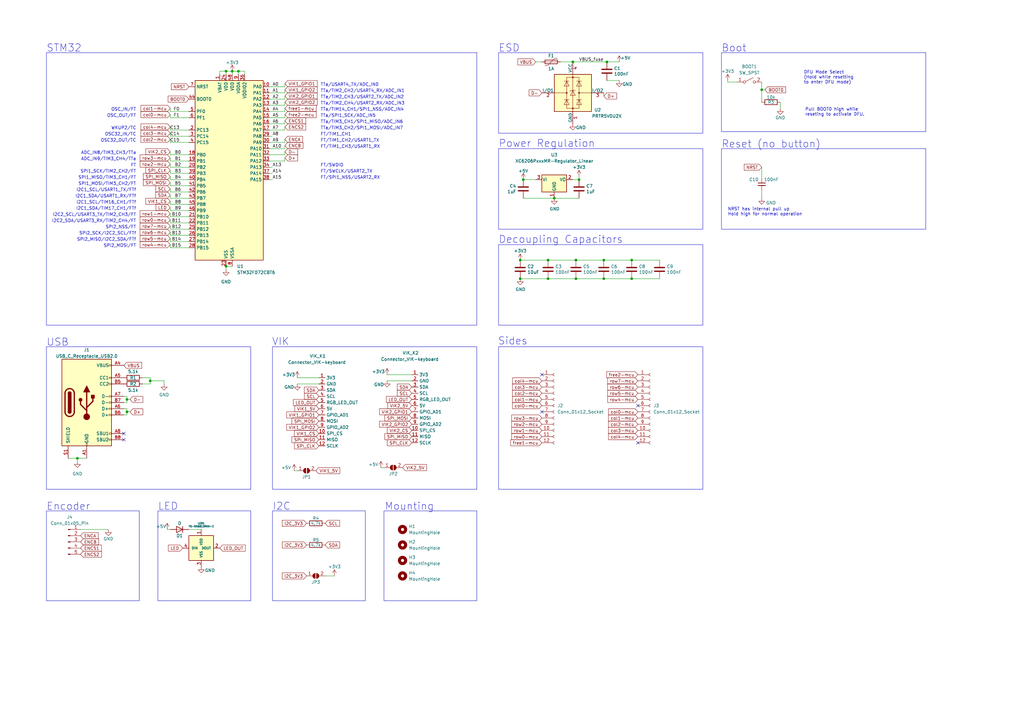
<source format=kicad_sch>
(kicad_sch (version 20231120) (generator "eeschema") (generator_version "8.0")
  (paper "A3")
  (junction (at 224.79 114.3))
  (junction (at 259.08 106.68))
  (junction (at 312.42 36.83))
  (junction (at 92.71 29.21))
  (junction (at 227.33 81.28) (diameter 0.9144))
  (junction (at 61.595 156.21))
  (junction (at 52.07 168.91))
  (junction (at 95.25 29.21))
  (junction (at 248.92 25.4))
  (junction (at 214.63 73.66))
  (junction (at 247.65 114.3))
  (junction (at 92.71 109.22))
  (junction (at 236.22 114.3))
  (junction (at 259.08 114.3))
  (junction (at 237.49 73.66))
  (junction (at 234.95 25.4))
  (junction (at 213.36 114.3))
  (junction (at 97.79 29.21))
  (junction (at 236.22 106.68))
  (junction (at 213.36 106.68))
  (junction (at 224.79 106.68))
  (junction (at 31.75 187.96))
  (junction (at 247.65 106.68))
  (junction (at 52.07 163.83))
  (no_connect (at 261.62 181.61))
  (no_connect (at 50.8 180.34))
  (no_connect (at 222.25 153.67))
  (no_connect (at 261.62 166.37))
  (no_connect (at 222.25 168.91))
  (no_connect (at 50.8 177.8))
  (wire (pts (xy 259.08 106.68) (xy 270.51 106.68)))
  (wire (pts (xy 110.49 43.18) (xy 116.84 43.18)))
  (wire (pts (xy 121.92 157.48) (xy 130.81 157.48)))
  (wire (pts (xy 68.58 217.17) (xy 69.85 217.17)))
  (wire (pts (xy 69.85 73.66) (xy 77.47 73.66)))
  (wire (pts (xy 110.49 66.04) (xy 116.84 66.04)))
  (wire (pts (xy 67.31 156.21) (xy 67.31 157.48)))
  (wire (pts (xy 69.85 64.77) (xy 69.85 66.04)))
  (wire (pts (xy 69.85 85.09) (xy 69.85 86.36)))
  (wire (pts (xy 31.75 187.96) (xy 31.75 189.23)))
  (wire (pts (xy 69.85 91.44) (xy 77.47 91.44)))
  (wire (pts (xy 69.85 83.82) (xy 77.47 83.82)))
  (wire (pts (xy 69.85 90.17) (xy 69.85 91.44)))
  (wire (pts (xy 312.42 36.83) (xy 312.42 41.91)))
  (wire (pts (xy 69.85 71.12) (xy 77.47 71.12)))
  (wire (pts (xy 69.85 63.5) (xy 77.47 63.5)))
  (wire (pts (xy 100.33 29.21) (xy 100.33 30.48)))
  (wire (pts (xy 247.65 106.68) (xy 259.08 106.68)))
  (wire (pts (xy 236.22 106.68) (xy 224.79 106.68)))
  (wire (pts (xy 69.85 87.63) (xy 69.85 88.9)))
  (wire (pts (xy 69.85 78.74) (xy 77.47 78.74)))
  (wire (pts (xy 61.595 156.21) (xy 61.595 154.94)))
  (wire (pts (xy 110.49 58.42) (xy 116.84 58.42)))
  (wire (pts (xy 110.49 38.1) (xy 116.84 38.1)))
  (wire (pts (xy 110.49 40.64) (xy 116.84 40.64)))
  (wire (pts (xy 110.49 60.96) (xy 116.84 60.96)))
  (wire (pts (xy 312.42 36.83) (xy 313.69 36.83)))
  (wire (pts (xy 69.85 80.01) (xy 69.85 81.28)))
  (wire (pts (xy 58.42 154.94) (xy 61.595 154.94)))
  (wire (pts (xy 229.87 25.4) (xy 234.95 25.4)))
  (wire (pts (xy 52.07 163.83) (xy 52.07 165.1)))
  (wire (pts (xy 27.94 187.96) (xy 31.75 187.96)))
  (wire (pts (xy 116.84 34.29) (xy 116.84 35.56)))
  (wire (pts (xy 116.84 62.23) (xy 116.84 63.5)))
  (wire (pts (xy 69.85 76.2) (xy 77.47 76.2)))
  (wire (pts (xy 69.85 58.42) (xy 77.47 58.42)))
  (wire (pts (xy 69.85 66.04) (xy 77.47 66.04)))
  (wire (pts (xy 52.07 162.56) (xy 52.07 163.83)))
  (wire (pts (xy 69.85 62.23) (xy 69.85 63.5)))
  (wire (pts (xy 236.22 114.3) (xy 224.79 114.3)))
  (wire (pts (xy 116.84 36.83) (xy 116.84 38.1)))
  (wire (pts (xy 97.79 29.21) (xy 100.33 29.21)))
  (wire (pts (xy 69.85 92.71) (xy 69.85 93.98)))
  (wire (pts (xy 33.02 217.17) (xy 44.45 217.17)))
  (wire (pts (xy 137.16 236.22) (xy 133.35 236.22)))
  (wire (pts (xy 110.49 45.72) (xy 116.84 45.72)))
  (wire (pts (xy 92.71 110.49) (xy 92.71 109.22)))
  (wire (pts (xy 97.79 29.21) (xy 97.79 30.48)))
  (wire (pts (xy 234.95 25.4) (xy 248.92 25.4)))
  (wire (pts (xy 95.25 29.21) (xy 95.25 30.48)))
  (wire (pts (xy 236.22 114.3) (xy 247.65 114.3)))
  (wire (pts (xy 69.85 93.98) (xy 77.47 93.98)))
  (wire (pts (xy 69.85 45.72) (xy 77.47 45.72)))
  (wire (pts (xy 69.85 57.15) (xy 69.85 58.42)))
  (wire (pts (xy 227.33 81.28) (xy 214.63 81.28)))
  (wire (pts (xy 69.85 48.26) (xy 77.47 48.26)))
  (wire (pts (xy 116.84 39.37) (xy 116.84 40.64)))
  (wire (pts (xy 69.85 54.61) (xy 69.85 55.88)))
  (wire (pts (xy 116.84 46.99) (xy 116.84 48.26)))
  (wire (pts (xy 259.08 114.3) (xy 270.51 114.3)))
  (wire (pts (xy 61.595 156.21) (xy 67.31 156.21)))
  (wire (pts (xy 69.85 69.85) (xy 69.85 71.12)))
  (wire (pts (xy 254 33.02) (xy 248.92 33.02)))
  (wire (pts (xy 158.75 153.67) (xy 168.91 153.67)))
  (wire (pts (xy 69.85 74.93) (xy 69.85 76.2)))
  (wire (pts (xy 69.85 95.25) (xy 69.85 96.52)))
  (wire (pts (xy 224.79 114.3) (xy 213.36 114.3)))
  (wire (pts (xy 237.49 72.39) (xy 237.49 73.66)))
  (wire (pts (xy 50.8 170.18) (xy 52.07 170.18)))
  (wire (pts (xy 111.76 71.12) (xy 110.49 71.12)))
  (wire (pts (xy 110.49 53.34) (xy 116.84 53.34)))
  (wire (pts (xy 110.49 63.5) (xy 116.84 63.5)))
  (wire (pts (xy 52.07 170.18) (xy 52.07 168.91)))
  (wire (pts (xy 69.85 46.99) (xy 69.85 48.26)))
  (wire (pts (xy 234.95 73.66) (xy 237.49 73.66)))
  (wire (pts (xy 227.33 81.28) (xy 237.49 81.28)))
  (wire (pts (xy 312.42 68.58) (xy 312.42 73.025)))
  (wire (pts (xy 69.85 101.6) (xy 77.47 101.6)))
  (wire (pts (xy 69.85 44.45) (xy 69.85 45.72)))
  (wire (pts (xy 158.75 156.21) (xy 168.91 156.21)))
  (wire (pts (xy 214.63 73.66) (xy 219.71 73.66)))
  (wire (pts (xy 50.8 167.64) (xy 52.07 167.64)))
  (wire (pts (xy 320.04 41.91) (xy 320.04 44.45)))
  (wire (pts (xy 92.71 29.21) (xy 92.71 30.48)))
  (wire (pts (xy 69.85 88.9) (xy 77.47 88.9)))
  (wire (pts (xy 69.85 97.79) (xy 69.85 99.06)))
  (wire (pts (xy 110.49 73.66) (xy 111.76 73.66)))
  (wire (pts (xy 116.84 44.45) (xy 116.84 45.72)))
  (wire (pts (xy 121.92 154.94) (xy 130.81 154.94)))
  (wire (pts (xy 236.22 106.68) (xy 247.65 106.68)))
  (wire (pts (xy 69.85 100.33) (xy 69.85 101.6)))
  (wire (pts (xy 111.76 68.58) (xy 110.49 68.58)))
  (wire (pts (xy 110.49 55.88) (xy 111.76 55.88)))
  (wire (pts (xy 69.85 72.39) (xy 69.85 73.66)))
  (wire (pts (xy 302.26 33.655) (xy 298.45 33.655)))
  (wire (pts (xy 116.84 64.77) (xy 116.84 66.04)))
  (wire (pts (xy 110.49 48.26) (xy 116.84 48.26)))
  (wire (pts (xy 69.85 67.31) (xy 69.85 68.58)))
  (wire (pts (xy 69.85 77.47) (xy 69.85 78.74)))
  (wire (pts (xy 298.45 33.655) (xy 298.45 33.02)))
  (wire (pts (xy 219.71 25.4) (xy 222.25 25.4)))
  (wire (pts (xy 92.71 29.21) (xy 95.25 29.21)))
  (wire (pts (xy 31.75 187.96) (xy 35.56 187.96)))
  (wire (pts (xy 50.8 162.56) (xy 52.07 162.56)))
  (wire (pts (xy 52.07 167.64) (xy 52.07 168.91)))
  (wire (pts (xy 224.79 106.68) (xy 213.36 106.68)))
  (wire (pts (xy 69.85 96.52) (xy 77.47 96.52)))
  (wire (pts (xy 248.92 25.4) (xy 254 25.4)))
  (wire (pts (xy 116.84 57.15) (xy 116.84 58.42)))
  (wire (pts (xy 69.85 82.55) (xy 69.85 83.82)))
  (wire (pts (xy 92.71 109.22) (xy 95.25 109.22)))
  (wire (pts (xy 52.07 168.91) (xy 53.34 168.91)))
  (wire (pts (xy 69.85 53.34) (xy 77.47 53.34)))
  (wire (pts (xy 312.42 78.105) (xy 312.42 81.28)))
  (wire (pts (xy 69.85 68.58) (xy 77.47 68.58)))
  (wire (pts (xy 97.79 29.21) (xy 95.25 29.21)))
  (wire (pts (xy 116.84 59.69) (xy 116.84 60.96)))
  (wire (pts (xy 69.85 81.28) (xy 77.47 81.28)))
  (wire (pts (xy 116.84 49.53) (xy 116.84 50.8)))
  (wire (pts (xy 69.85 52.07) (xy 69.85 53.34)))
  (wire (pts (xy 156.21 191.77) (xy 157.48 191.77)))
  (wire (pts (xy 110.49 35.56) (xy 116.84 35.56)))
  (wire (pts (xy 247.65 114.3) (xy 259.08 114.3)))
  (wire (pts (xy 120.65 193.04) (xy 121.92 193.04)))
  (wire (pts (xy 116.84 52.07) (xy 116.84 53.34)))
  (wire (pts (xy 90.17 29.21) (xy 92.71 29.21)))
  (wire (pts (xy 312.42 33.655) (xy 312.42 36.83)))
  (wire (pts (xy 69.85 99.06) (xy 77.47 99.06)))
  (wire (pts (xy 110.49 50.8) (xy 116.84 50.8)))
  (wire (pts (xy 58.42 157.48) (xy 61.595 157.48)))
  (wire (pts (xy 247.65 38.1) (xy 247.65 39.37)))
  (wire (pts (xy 116.84 41.91) (xy 116.84 43.18)))
  (wire (pts (xy 61.595 157.48) (xy 61.595 156.21)))
  (wire (pts (xy 90.17 29.21) (xy 90.17 30.48)))
  (wire (pts (xy 69.85 86.36) (xy 77.47 86.36)))
  (wire (pts (xy 52.07 163.83) (xy 53.34 163.83)))
  (wire (pts (xy 77.47 217.17) (xy 82.55 217.17)))
  (wire (pts (xy 69.85 55.88) (xy 77.47 55.88)))
  (wire (pts (xy 50.8 165.1) (xy 52.07 165.1)))
  (rectangle (start 111.76 142.24) (end 195.58 200.66))
  (rectangle (start 157.48 209.55) (end 195.58 246.38))
  (rectangle (start 295.91 21.59) (end 379.73 53.975))
  (rectangle (start 204.47 100.33) (end 288.29 133.35))
  (rectangle (start 204.47 21.59) (end 288.29 54.61))
  (rectangle (start 19.05 21.59) (end 195.58 133.35))
  (rectangle (start 295.91 60.96) (end 379.73 93.98))
  (rectangle (start 204.47 142.24) (end 288.29 200.66))
  (rectangle (start 111.76 209.55) (end 149.86 246.38))
  (rectangle (start 64.77 209.55) (end 102.87 246.38))
  (rectangle (start 19.05 209.55) (end 57.15 246.38))
  (rectangle (start 204.47 60.96) (end 288.29 93.98))
  (rectangle (start 19.05 142.24) (end 102.87 200.66))
  (text "I2C" (at 111.76 209.55 0) (effects (font (size 3 3)) (justify left bottom)))
  (text "TTa/TIM2_CH2/USART4_RX/ADC_IN1" (at 131.445 38.1 0) (effects (font (size 1.27 1.27)) (justify left bottom)))
  (text "USB" (at 19.05 142.24 0) (effects (font (size 3 3)) (justify left bottom)))
  (text "SPI2_MISO/I2C2_SDA/FTf" (at 55.88 99.06 0) (effects (font (size 1.27 1.27)) (justify right bottom)))
  (text "TTa/TIM2_CH4/USART2_RX/ADC_IN3" (at 131.445 43.18 0) (effects (font (size 1.27 1.27)) (justify left bottom)))
  (text "I2C1_SCL/USART1_TX/FTf" (at 55.88 78.74 0) (effects (font (size 1.27 1.27)) (justify right bottom)))
  (text "TTa/TIM14_CH1/SPI1_NSS/ADC_IN4" (at 131.445 45.72 0) (effects (font (size 1.27 1.27)) (justify left bottom)))
  (text "Boot" (at 295.91 21.59 0) (effects (font (size 3 3)) (justify left bottom)))
  (text "SPI2_NSS/FT" (at 55.88 93.98 0) (effects (font (size 1.27 1.27)) (justify right bottom)))
  (text "TTa/TIM2_CH3/USART2_TX/ADC_IN2" (at 131.445 40.64 0) (effects (font (size 1.27 1.27)) (justify left bottom)))
  (text "OSC_OUT/FT" (at 55.88 48.26 0) (effects (font (size 1.27 1.27)) (justify right bottom)))
  (text "ADC_IN8/TIM3_CH3/TTa" (at 55.88 63.5 0) (effects (font (size 1.27 1.27)) (justify right bottom)))
  (text "WKUP2/TC" (at 55.88 53.34 0) (effects (font (size 1.27 1.27)) (justify right bottom)))
  (text "NRST has internal pull up\nHold high for normal operation" (at 298.45 88.646 0) (effects (font (size 1.27 1.27)) (justify left bottom)))
  (text "DFU Mode Select\n(Hold while resetting\nto enter DFU mode)" (at 329.692 34.544 0) (effects (font (size 1.27 1.27)) (justify left bottom)))
  (text "FT/TIM1_CH2/USART1_TX" (at 131.445 58.42 0) (effects (font (size 1.27 1.27)) (justify left bottom)))
  (text "TTa/TIM3_CH1/SPI1_MISO/ADC_IN6" (at 131.445 50.8 0) (effects (font (size 1.27 1.27)) (justify left bottom)))
  (text "I2C1_SDA/TIM17_CH1/FTf" (at 55.88 86.36 0) (effects (font (size 1.27 1.27)) (justify right bottom)))
  (text "FT/TIM1_CH1" (at 131.445 55.88 0) (effects (font (size 1.27 1.27)) (justify left bottom)))
  (text "TTa/TIM3_CH2/SPI1_MOSI/ADC_IN7" (at 131.445 53.34 0) (effects (font (size 1.27 1.27)) (justify left bottom)))
  (text "Reset (no button)" (at 295.91 60.96 0) (effects (font (size 3 3)) (justify left bottom)))
  (text "SPI1_SCK/TIM2_CH2/FT" (at 55.88 71.12 0) (effects (font (size 1.27 1.27)) (justify right bottom)))
  (text "Encoder" (at 19.05 209.55 0) (effects (font (size 3 3)) (justify left bottom)))
  (text "Power Regulation" (at 204.47 60.706 0) (effects (font (size 3 3)) (justify left bottom)))
  (text "I2C2_SDA/USART3_RX/TIM2_CH4/FT" (at 55.88 91.44 0) (effects (font (size 1.27 1.27)) (justify right bottom)))
  (text "OSC32_OUT/TC" (at 55.88 58.42 0) (effects (font (size 1.27 1.27)) (justify right bottom)))
  (text "OSC32_IN/TC" (at 55.88 55.88 0) (effects (font (size 1.27 1.27)) (justify right bottom)))
  (text "SPI1_MOSI/TIM3_CH2/FT" (at 55.88 76.2 0) (effects (font (size 1.27 1.27)) (justify right bottom)))
  (text "Sides" (at 204.216 141.732 0) (effects (font (size 3 3)) (justify left bottom)))
  (text "FT/SWDIO" (at 131.445 68.58 0) (effects (font (size 1.27 1.27)) (justify left bottom)))
  (text "FT/SWCLK/USART2_TX" (at 131.445 71.12 0) (effects (font (size 1.27 1.27)) (justify left bottom)))
  (text "TTa/SPI1_SCK/ADC_IN5" (at 131.445 48.26 0) (effects (font (size 1.27 1.27)) (justify left bottom)))
  (text "VIK" (at 111.506 141.986 0) (effects (font (size 3 3)) (justify left bottom)))
  (text "I2C2_SCL/USART3_TX/TIM2_CH3/FT" (at 55.88 88.9 0) (effects (font (size 1.27 1.27)) (justify right bottom)))
  (text "SPI1_MISO/TIM3_CH1/FT" (at 55.88 73.66 0) (effects (font (size 1.27 1.27)) (justify right bottom)))
  (text "FT" (at 55.88 68.58 0) (effects (font (size 1.27 1.27)) (justify right bottom)))
  (text "FT/SPI1_NSS/USART2_RX" (at 131.445 73.66 0) (effects (font (size 1.27 1.27)) (justify left bottom)))
  (text "SPI2_SCK/I2C2_SCL/FTf" (at 55.88 96.52 0) (effects (font (size 1.27 1.27)) (justify right bottom)))
  (text "LED" (at 64.77 209.55 0) (effects (font (size 3 3)) (justify left bottom)))
  (text "SPI2_MOSI/FT" (at 55.88 101.6 0) (effects (font (size 1.27 1.27)) (justify right bottom)))
  (text "OSC_IN/FT" (at 55.88 45.72 0) (effects (font (size 1.27 1.27)) (justify right bottom)))
  (text "ESD" (at 204.47 21.59 0) (effects (font (size 3 3)) (justify left bottom)))
  (text "Decoupling Capacitors" (at 204.47 100.076 0) (effects (font (size 3 3)) (justify left bottom)))
  (text "Mounting" (at 157.734 209.55 0) (effects (font (size 3 3)) (justify left bottom)))
  (text "STM32" (at 19.05 21.59 0) (effects (font (size 3 3)) (justify left bottom)))
  (text "FT/TIM1_CH3/USART1_RX" (at 131.445 60.96 0) (effects (font (size 1.27 1.27)) (justify left bottom)))
  (text "Pull BOOT0 high while \nreseting to activate DFU." (at 330.2 47.752 0) (effects (font (size 1.27 1.27)) (justify left bottom)))
  (text "I2C1_SDA/USART1_RX/FTf" (at 55.88 81.28 0) (effects (font (size 1.27 1.27)) (justify right bottom)))
  (text "ADC_IN9/TIM3_CH4/TTa" (at 55.88 66.04 0) (effects (font (size 1.27 1.27)) (justify right bottom)))
  (text "TTa/USART4_TX/ADC_IN0" (at 131.445 35.56 0) (effects (font (size 1.27 1.27)) (justify left bottom)))
  (text "I2C1_SCL/TIM16_CH1/FTf" (at 55.88 83.82 0) (effects (font (size 1.27 1.27)) (justify right bottom)))
  (label "A6" (at 111.76 50.8 0))
  (label "C15" (at 73.66 58.42 180))
  (label "A10" (at 111.76 60.96 0))
  (label "B4" (at 74.295 73.66 180))
  (label "B11" (at 74.295 91.44 180))
  (label "B9" (at 74.295 86.36 180))
  (label "B13" (at 74.295 96.52 180))
  (label "A8" (at 111.76 55.88 0))
  (label "B15" (at 74.295 101.6 180))
  (label "B10" (at 74.295 88.9 180))
  (label "B8" (at 74.295 83.82 180))
  (label "F1" (at 73.66 48.26 180))
  (label "B3" (at 74.295 71.12 180))
  (label "VBUS_fuse" (at 237.49 25.4 0))
  (label "B12" (at 74.295 93.98 180))
  (label "B0" (at 74.295 63.5 180))
  (label "B2" (at 74.295 68.58 180))
  (label "A2" (at 111.76 40.64 0))
  (label "A1" (at 111.76 38.1 0))
  (label "A15" (at 111.76 73.66 0))
  (label "B5" (at 74.295 76.2 180))
  (label "A9" (at 111.76 58.42 0))
  (label "C14" (at 73.66 55.88 180))
  (label "A0" (at 111.76 35.56 0))
  (label "B6" (at 74.295 78.74 180))
  (label "A7" (at 111.76 53.34 0))
  (label "C13" (at 73.66 53.34 180))
  (label "A5" (at 111.76 48.26 0))
  (label "B14" (at 74.295 99.06 180))
  (label "A14" (at 111.76 71.12 0))
  (label "A4" (at 111.76 45.72 0))
  (label "F0" (at 73.66 45.72 180))
  (label "A13" (at 111.76 68.58 0))
  (label "B7" (at 74.295 81.28 180))
  (label "B1" (at 74.295 66.04 180))
  (label "A3" (at 111.76 43.18 0))
  (global_label "row1-mcu" (shape input) (at 69.85 87.63 180) (property "Intersheetrefs" "${INTERSHEET_REFS}" (effects (hide yes))))
  (global_label "D+" (shape input) (at 53.34 168.91 0) (property "Intersheetrefs" "${INTERSHEET_REFS}" (effects (hide yes))))
  (global_label "VBUS" (shape input) (at 219.71 25.4 180) (property "Intersheetrefs" "${INTERSHEET_REFS}" (effects (hide yes))))
  (global_label "D+" (shape input) (at 116.84 64.77 0) (property "Intersheetrefs" "${INTERSHEET_REFS}" (effects (hide yes))))
  (global_label "VIK2_CS" (shape input) (at 69.85 62.23 180) (property "Intersheetrefs" "${INTERSHEET_REFS}" (effects (hide yes))))
  (global_label "col2-mcu" (shape input) (at 222.25 161.29 180) (property "Intersheetrefs" "${INTERSHEET_REFS}" (effects (hide yes))))
  (global_label "col4-mcu" (shape input) (at 69.85 52.07 180) (property "Intersheetrefs" "${INTERSHEET_REFS}" (effects (hide yes))))
  (global_label "row0-mcu" (shape input) (at 222.25 179.07 180) (property "Intersheetrefs" "${INTERSHEET_REFS}" (effects (hide yes))))
  (global_label "D-" (shape input) (at 222.25 38.1 180) (property "Intersheetrefs" "${INTERSHEET_REFS}" (effects (hide yes))))
  (global_label "col4-mcu" (shape input) (at 261.62 179.07 180) (property "Intersheetrefs" "${INTERSHEET_REFS}" (effects (hide yes))))
  (global_label "VIK2_GPIO1" (shape input) (at 168.91 168.91 180) (property "Intersheetrefs" "${INTERSHEET_REFS}" (effects (hide yes))))
  (global_label "SCL" (shape input) (at 69.85 77.47 180) (property "Intersheetrefs" "${INTERSHEET_REFS}" (effects (hide yes))))
  (global_label "col4-mcu" (shape input) (at 222.25 156.21 180) (property "Intersheetrefs" "${INTERSHEET_REFS}" (effects (hide yes))))
  (global_label "VIK2_GPIO2" (shape input) (at 116.84 41.91 0) (property "Intersheetrefs" "${INTERSHEET_REFS}" (effects (hide yes))))
  (global_label "VIK1_GPIO1" (shape input) (at 116.84 34.29 0) (property "Intersheetrefs" "${INTERSHEET_REFS}" (effects (hide yes))))
  (global_label "col0-mcu" (shape input) (at 222.25 166.37 180) (property "Intersheetrefs" "${INTERSHEET_REFS}" (effects (hide yes))))
  (global_label "VBUS" (shape input) (at 50.8 149.86 0) (property "Intersheetrefs" "${INTERSHEET_REFS}" (effects (hide yes))))
  (global_label "row7-mcu" (shape input) (at 69.85 92.71 180) (property "Intersheetrefs" "${INTERSHEET_REFS}" (effects (hide yes))))
  (global_label "VIK2_GPIO1" (shape input) (at 116.84 39.37 0) (property "Intersheetrefs" "${INTERSHEET_REFS}" (effects (hide yes))))
  (global_label "free1-mcu" (shape input) (at 116.84 44.45 0) (property "Intersheetrefs" "${INTERSHEET_REFS}" (effects (hide yes))))
  (global_label "ENCA" (shape input) (at 116.84 57.15 0) (property "Intersheetrefs" "${INTERSHEET_REFS}" (effects (hide yes))))
  (global_label "SPI_MOSI" (shape input) (at 130.81 172.72 180) (property "Intersheetrefs" "${INTERSHEET_REFS}" (effects (hide yes))))
  (global_label "row6-mcu" (shape input) (at 69.85 95.25 180) (property "Intersheetrefs" "${INTERSHEET_REFS}" (effects (hide yes))))
  (global_label "col2-mcu" (shape input) (at 69.85 57.15 180) (property "Intersheetrefs" "${INTERSHEET_REFS}" (effects (hide yes))))
  (global_label "BOOT0" (shape input) (at 313.69 36.83 0) (property "Intersheetrefs" "${INTERSHEET_REFS}" (effects (hide yes))))
  (global_label "row7-mcu" (shape input) (at 261.62 156.21 180) (property "Intersheetrefs" "${INTERSHEET_REFS}" (effects (hide yes))))
  (global_label "row5-mcu" (shape input) (at 69.85 97.79 180) (property "Intersheetrefs" "${INTERSHEET_REFS}" (effects (hide yes))))
  (global_label "SDA" (shape input) (at 130.81 160.02 180) (property "Intersheetrefs" "${INTERSHEET_REFS}" (effects (hide yes))))
  (global_label "ENCB" (shape input) (at 116.84 59.69 0) (property "Intersheetrefs" "${INTERSHEET_REFS}" (effects (hide yes))))
  (global_label "LED" (shape input) (at 69.85 85.09 180) (property "Intersheetrefs" "${INTERSHEET_REFS}" (effects (hide yes))))
  (global_label "I2C_3V3" (shape input) (at 125.73 214.63 180) (property "Intersheetrefs" "${INTERSHEET_REFS}" (effects (hide yes))))
  (global_label "VIK1_GPIO2" (shape input) (at 130.81 175.26 180) (property "Intersheetrefs" "${INTERSHEET_REFS}" (effects (hide yes))))
  (global_label "row2-mcu" (shape input) (at 222.25 173.99 180) (property "Intersheetrefs" "${INTERSHEET_REFS}" (effects (hide yes))))
  (global_label "BOOT0" (shape input) (at 77.47 40.64 180) (property "Intersheetrefs" "${INTERSHEET_REFS}" (effects (hide yes))))
  (global_label "row4-mcu" (shape input) (at 261.62 163.83 180) (property "Intersheetrefs" "${INTERSHEET_REFS}" (effects (hide yes))))
  (global_label "SPI_MOSI" (shape input) (at 69.85 74.93 180) (property "Intersheetrefs" "${INTERSHEET_REFS}" (effects (hide yes))))
  (global_label "VIK2_5V" (shape input) (at 165.1 191.77 0) (property "Intersheetrefs" "${INTERSHEET_REFS}" (effects (hide yes))))
  (global_label "col0-mcu" (shape input) (at 261.62 168.91 180) (property "Intersheetrefs" "${INTERSHEET_REFS}" (effects (hide yes))))
  (global_label "LED_OUT" (shape input) (at 90.17 224.79 0) (property "Intersheetrefs" "${INTERSHEET_REFS}" (effects (hide yes))))
  (global_label "SDA" (shape input) (at 168.91 158.75 180) (property "Intersheetrefs" "${INTERSHEET_REFS}" (effects (hide yes))))
  (global_label "NRST" (shape input) (at 77.47 35.56 180) (property "Intersheetrefs" "${INTERSHEET_REFS}" (effects (hide yes))))
  (global_label "ENCS2" (shape input) (at 33.02 227.33 0) (property "Intersheetrefs" "${INTERSHEET_REFS}" (effects (hide yes))))
  (global_label "col1-mcu" (shape input) (at 261.62 171.45 180) (property "Intersheetrefs" "${INTERSHEET_REFS}" (effects (hide yes))))
  (global_label "SCL" (shape input) (at 168.91 161.29 180) (property "Intersheetrefs" "${INTERSHEET_REFS}" (effects (hide yes))))
  (global_label "VIK1_5V" (shape input) (at 130.81 167.64 180) (property "Intersheetrefs" "${INTERSHEET_REFS}" (effects (hide yes))))
  (global_label "VIK2_GPIO2" (shape input) (at 168.91 173.99 180) (property "Intersheetrefs" "${INTERSHEET_REFS}" (effects (hide yes))))
  (global_label "free1-mcu" (shape input) (at 222.25 181.61 180) (property "Intersheetrefs" "${INTERSHEET_REFS}" (effects (hide yes))))
  (global_label "free2-mcu" (shape input) (at 261.62 153.67 180) (property "Intersheetrefs" "${INTERSHEET_REFS}" (effects (hide yes))))
  (global_label "SPI_MISO" (shape input) (at 130.81 180.34 180) (property "Intersheetrefs" "${INTERSHEET_REFS}" (effects (hide yes))))
  (global_label "row1-mcu" (shape input) (at 222.25 176.53 180) (property "Intersheetrefs" "${INTERSHEET_REFS}" (effects (hide yes))))
  (global_label "LED_OUT" (shape input) (at 168.91 163.83 180) (property "Intersheetrefs" "${INTERSHEET_REFS}" (effects (hide yes))))
  (global_label "I2C_3V3" (shape input) (at 125.73 236.22 180) (property "Intersheetrefs" "${INTERSHEET_REFS}" (effects (hide yes))))
  (global_label "ENCS2" (shape input) (at 116.84 52.07 0) (property "Intersheetrefs" "${INTERSHEET_REFS}" (effects (hide yes))))
  (global_label "VIK1_CS" (shape input) (at 69.85 82.55 180) (property "Intersheetrefs" "${INTERSHEET_REFS}" (effects (hide yes))))
  (global_label "VIK1_5V" (shape input) (at 129.54 193.04 0) (property "Intersheetrefs" "${INTERSHEET_REFS}" (effects (hide yes))))
  (global_label "row3-mcu" (shape input) (at 69.85 64.77 180) (property "Intersheetrefs" "${INTERSHEET_REFS}" (effects (hide yes))))
  (global_label "col3-mcu" (shape input) (at 261.62 176.53 180) (property "Intersheetrefs" "${INTERSHEET_REFS}" (effects (hide yes))))
  (global_label "col2-mcu" (shape input) (at 261.62 173.99 180) (property "Intersheetrefs" "${INTERSHEET_REFS}" (effects (hide yes))))
  (global_label "VIK2_CS" (shape input) (at 168.91 176.53 180) (property "Intersheetrefs" "${INTERSHEET_REFS}" (effects (hide yes))))
  (global_label "row2-mcu" (shape input) (at 69.85 67.31 180) (property "Intersheetrefs" "${INTERSHEET_REFS}" (effects (hide yes))))
  (global_label "SDA" (shape input) (at 133.35 223.52 0) (property "Intersheetrefs" "${INTERSHEET_REFS}" (effects (hide yes))))
  (global_label "LED_OUT" (shape input) (at 130.81 165.1 180) (property "Intersheetrefs" "${INTERSHEET_REFS}" (effects (hide yes))))
  (global_label "ENCA" (shape input) (at 33.02 219.71 0) (property "Intersheetrefs" "${INTERSHEET_REFS}" (effects (hide yes))))
  (global_label "SPI_CLK" (shape input) (at 69.85 69.85 180) (property "Intersheetrefs" "${INTERSHEET_REFS}" (effects (hide yes))))
  (global_label "SDA" (shape input) (at 69.85 80.01 180) (property "Intersheetrefs" "${INTERSHEET_REFS}" (effects (hide yes))))
  (global_label "SPI_MISO" (shape input) (at 168.91 179.07 180) (property "Intersheetrefs" "${INTERSHEET_REFS}" (effects (hide yes))))
  (global_label "col1-mcu" (shape input) (at 222.25 163.83 180) (property "Intersheetrefs" "${INTERSHEET_REFS}" (effects (hide yes))))
  (global_label "ENCB" (shape input) (at 33.02 222.25 0) (property "Intersheetrefs" "${INTERSHEET_REFS}" (effects (hide yes))))
  (global_label "LED" (shape input) (at 74.93 224.79 180) (property "Intersheetrefs" "${INTERSHEET_REFS}" (effects (hide yes))))
  (global_label "D-" (shape input) (at 53.34 163.83 0) (property "Intersheetrefs" "${INTERSHEET_REFS}" (effects (hide yes))))
  (global_label "row0-mcu" (shape input) (at 69.85 90.17 180) (property "Intersheetrefs" "${INTERSHEET_REFS}" (effects (hide yes))))
  (global_label "I2C_3V3" (shape input) (at 125.73 223.52 180) (property "Intersheetrefs" "${INTERSHEET_REFS}" (effects (hide yes))))
  (global_label "col0-mcu" (shape input) (at 69.85 46.99 180) (property "Intersheetrefs" "${INTERSHEET_REFS}" (effects (hide yes))))
  (global_label "NRST" (shape input) (at 312.42 68.58 180) (property "Intersheetrefs" "${INTERSHEET_REFS}" (effects (hide yes))))
  (global_label "SCL" (shape input) (at 133.35 214.63 0) (property "Intersheetrefs" "${INTERSHEET_REFS}" (effects (hide yes))))
  (global_label "SCL" (shape input) (at 130.81 162.56 180) (property "Intersheetrefs" "${INTERSHEET_REFS}" (effects (hide yes))))
  (global_label "SPI_CLK" (shape input) (at 130.81 182.88 180) (property "Intersheetrefs" "${INTERSHEET_REFS}" (effects (hide yes))))
  (global_label "col3-mcu" (shape input) (at 222.25 158.75 180) (property "Intersheetrefs" "${INTERSHEET_REFS}" (effects (hide yes))))
  (global_label "SPI_MOSI" (shape input) (at 168.91 171.45 180) (property "Intersheetrefs" "${INTERSHEET_REFS}" (effects (hide yes))))
  (global_label "ENCS1" (shape input) (at 116.84 49.53 0) (property "Intersheetrefs" "${INTERSHEET_REFS}" (effects (hide yes))))
  (global_label "VIK1_CS" (shape input) (at 130.81 177.8 180) (property "Intersheetrefs" "${INTERSHEET_REFS}" (effects (hide yes))))
  (global_label "row3-mcu" (shape input) (at 222.25 171.45 180) (property "Intersheetrefs" "${INTERSHEET_REFS}" (effects (hide yes))))
  (global_label "VIK1_GPIO1" (shape input) (at 130.81 170.18 180) (property "Intersheetrefs" "${INTERSHEET_REFS}" (effects (hide yes))))
  (global_label "col1-mcu" (shape input) (at 69.85 44.45 180) (property "Intersheetrefs" "${INTERSHEET_REFS}" (effects (hide yes))))
  (global_label "row6-mcu" (shape input) (at 261.62 158.75 180) (property "Intersheetrefs" "${INTERSHEET_REFS}" (effects (hide yes))))
  (global_label "SPI_MISO" (shape input) (at 69.85 72.39 180) (property "Intersheetrefs" "${INTERSHEET_REFS}" (effects (hide yes))))
  (global_label "row4-mcu" (shape input) (at 69.85 100.33 180) (property "Intersheetrefs" "${INTERSHEET_REFS}" (effects (hide yes))))
  (global_label "D+" (shape input) (at 247.65 39.37 0) (property "Intersheetrefs" "${INTERSHEET_REFS}" (effects (hide yes))))
  (global_label "VIK2_5V" (shape input) (at 168.91 166.37 180) (property "Intersheetrefs" "${INTERSHEET_REFS}" (effects (hide yes))))
  (global_label "free2-mcu" (shape input) (at 116.84 46.99 0) (property "Intersheetrefs" "${INTERSHEET_REFS}" (effects (hide yes))))
  (global_label "row5-mcu" (shape input) (at 261.62 161.29 180) (property "Intersheetrefs" "${INTERSHEET_REFS}" (effects (hide yes))))
  (global_label "SPI_CLK" (shape input) (at 168.91 181.61 180) (property "Intersheetrefs" "${INTERSHEET_REFS}" (effects (hide yes))))
  (global_label "VIK1_GPIO2" (shape input) (at 116.84 36.83 0) (property "Intersheetrefs" "${INTERSHEET_REFS}" (effects (hide yes))))
  (global_label "D-" (shape input) (at 116.84 62.23 0) (property "Intersheetrefs" "${INTERSHEET_REFS}" (effects (hide yes))))
  (global_label "ENCS1" (shape input) (at 33.02 224.79 0) (property "Intersheetrefs" "${INTERSHEET_REFS}" (effects (hide yes))))
  (global_label "col3-mcu" (shape input) (at 69.85 54.61 180) (property "Intersheetrefs" "${INTERSHEET_REFS}" (effects (hide yes))))
  (symbol (lib_id "power:GND") (at 121.92 157.48 0) (mirror y) (unit 1)
    (property "Reference" "#PWR016" (effects (hide yes)))
    (property "Value" "GND" (at 118.618 158.75 0))
  )
  (symbol (lib_id "Device:C") (at 236.22 110.49 0) (unit 1)
    (property "Reference" "C5" (at 239.141 109.3216 0) (effects (justify left)))
    (property "Value" "100nF" (at 239.141 111.633 0) (effects (justify left)))
    (property "Footprint" "Capacitor_SMD:C_0805_2012Metric" (effects (hide yes)))
    (property "LCSC" "C307331" (effects (hide yes)))
  )
  (symbol (lib_id "power:VCC") (at 137.16 236.22 0) (unit 1)
    (property "Reference" "#PWR031" (effects (hide yes)))
    (property "Value" "+3V3" (at 137.16 232.41 0))
  )
  (symbol (lib_id "power:GND") (at 320.04 44.45 0) (unit 1)
    (property "Reference" "#PWR020" (effects (hide yes)))
    (property "Value" "GND" (at 320.04 48.26 0))
  )
  (symbol (lib_id "Device:C") (at 248.92 29.21 0) (unit 1)
    (property "Reference" "C1" (at 251.841 28.0416 0) (effects (justify left)))
    (property "Value" "100nF" (at 251.841 30.353 0) (effects (justify left)))
    (property "Footprint" "Capacitor_SMD:C_0805_2012Metric" (effects (hide yes)))
    (property "LCSC" "C307331" (effects (hide yes)))
  )
  (symbol (lib_id "zzkeeb:LED_SK6812MINI-E") (at 82.55 224.79 0) (unit 1)
    (property "Reference" "LED1" (at 82.55 214.63 0) (effects (font (size 0.7366 0.7366))))
    (property "Value" "YS-SK6812MINI-E" (at 82.55 215.9 0) (effects (font (size 0.7366 0.7366))))
    (property "Footprint" "zzkeeb:LED_SK6812-MINI-E" (effects (hide yes)))
  )
  (symbol (lib_id "Switch:SW_SPST") (at 307.34 33.655 0) (unit 1)
    (property "Reference" "BOOT1" (at 307.34 27.305 0))
    (property "Value" "SW_SPST" (at 307.34 29.845 0))
    (property "Footprint" "Button_Switch_SMD:SW_SPST_TL3342" (effects (hide yes)))
  )
  (symbol (lib_id "Connector:Conn_01x12_Socket") (at 227.33 166.37 0) (unit 1)
    (property "Reference" "J2" (at 228.6 166.3699 0) (effects (justify left)))
    (property "Value" "Conn_01x12_Socket" (at 228.6 168.9099 0) (effects (justify left)))
    (property "Footprint" "zzkeeb:Connector_FFC-12pin-0.5mm-horizontal" (effects (hide yes)))
    (property "Description" "Generic connector, single row, 01x12, script generated" (effects (hide yes)))
  )
  (symbol (lib_id "Connector:Conn_01x12_Socket") (at 266.7 166.37 0) (unit 1)
    (property "Reference" "J3" (at 267.97 166.3699 0) (effects (justify left)))
    (property "Value" "Conn_01x12_Socket" (at 267.97 168.9099 0) (effects (justify left)))
    (property "Footprint" "zzkeeb:Connector_FFC-12pin-0.5mm-horizontal" (effects (hide yes)))
    (property "Description" "Generic connector, single row, 01x12, script generated" (effects (hide yes)))
  )
  (symbol (lib_id "Device:R") (at 129.54 223.52 90) (unit 1)
    (property "Reference" "R5" (at 129.54 221.488 90))
    (property "Value" "4.7k" (at 129.54 223.52 90))
    (property "Footprint" "Resistor_SMD:R_0805_2012Metric" (effects (hide yes)))
  )
  (symbol (lib_id "Device:Polyfuse") (at 226.06 25.4 90) (unit 1)
    (property "Reference" "F1" (at 226.06 22.86 90))
    (property "Value" "1A" (at 226.06 28.194 90))
    (property "Footprint" "Fuse:Fuse_1206_3216Metric" (effects (hide yes)))
    (property "LCSC" "C135341" (effects (hide yes)))
  )
  (symbol (lib_id "power:GND") (at 67.31 157.48 0) (unit 1)
    (property "Reference" "#PWR02" (effects (hide yes)))
    (property "Value" "GND" (at 67.31 161.925 0))
  )
  (symbol (lib_id "power:GND") (at 158.75 156.21 0) (mirror y) (unit 1)
    (property "Reference" "#PWR022" (effects (hide yes)))
    (property "Value" "GND" (at 155.448 157.734 0))
  )
  (symbol (lib_id "power:GND") (at 234.95 50.8 0) (unit 1)
    (property "Reference" "#PWR05" (effects (hide yes)))
    (property "Value" "GND" (at 238.252 52.324 0))
  )
  (symbol (lib_id "power:GND") (at 213.36 114.3 0) (unit 1)
    (property "Reference" "#PWR010" (effects (hide yes)))
    (property "Value" "GND" (at 213.487 118.6942 0))
  )
  (symbol (lib_id "Mechanical:MountingHole") (at 165.1 217.17 0) (unit 1)
    (property "Reference" "H1" (at 167.64 215.8999 0) (effects (justify left)))
    (property "Value" "MountingHole" (at 167.64 218.4399 0) (effects (justify left)))
    (property "Footprint" "zzkeeb:Hole_M2" (effects (hide yes)))
  )
  (symbol (lib_id "MCU_ST_STM32F0:STM32F072CBTx") (at 92.71 71.12 0) (unit 1)
    (property "Reference" "U1" (at 97.2059 109.22 0) (effects (justify left)))
    (property "Value" "STM32F072CBT6" (at 97.2059 111.76 0) (effects (justify left)))
    (property "Footprint" "Package_QFP:LQFP-48_7x7mm_P0.5mm" (effects (hide yes)))
    (property "Datasheet" "https://www.st.com/resource/en/datasheet/stm32f072cb.pdf" (effects (hide yes)))
    (property "JlcRotOffset" "90" (effects (hide yes)))
  )
  (symbol (lib_id "Mechanical:MountingHole") (at 165.1 236.22 0) (unit 1)
    (property "Reference" "H4" (at 167.64 234.9499 0) (effects (justify left)))
    (property "Value" "MountingHole" (at 167.64 237.4899 0) (effects (justify left)))
    (property "Footprint" "zzkeeb:Hole_M2" (effects (hide yes)))
  )
  (symbol (lib_id "Power_Protection:PRTR5V0U2X") (at 234.95 38.1 0) (unit 1)
    (property "Reference" "U2" (at 245.11 45.085 0))
    (property "Value" "PRTR5V0U2X" (at 248.92 47.625 0))
    (property "Footprint" "Package_TO_SOT_SMD:SOT-143" (effects (hide yes)))
    (property "Datasheet" "https://assets.nexperia.com/documents/data-sheet/PRTR5V0U2X.pdf" (effects (hide yes)))
    (property "LCSC" "C2827688" (effects (hide yes)))
    (property "JlcRotOffset" "90" (effects (hide yes)))
  )
  (symbol (lib_id "power:+5V") (at 120.65 193.04 0) (unit 1)
    (property "Reference" "#PWR017" (effects (hide yes)))
    (property "Value" "+5V" (at 117.348 191.77 0))
  )
  (symbol (lib_id "power:+3V3") (at 237.49 72.39 0) (unit 1)
    (property "Reference" "#PWR014" (effects (hide yes)))
    (property "Value" "+3V3" (at 237.49 68.58 0))
  )
  (symbol (lib_id "power:GND") (at 92.71 110.49 0) (unit 1)
    (property "Reference" "#PWR03" (effects (hide yes)))
    (property "Value" "GND" (at 92.71 115.57 0))
  )
  (symbol (lib_id "vik:vik-keyboard-connector") (at 130.81 168.91 0) (unit 1)
    (property "Reference" "VIK_K1" (at 127 146.05 0) (effects (justify left)))
    (property "Value" "Connector_VIK-keyboard" (at 118.11 148.59 0) (effects (justify left)))
    (property "Footprint" "zzkeeb:Connector_VIK-horizontal-keyboard" (effects (hide yes)))
  )
  (symbol (lib_id "power:GND") (at 227.33 81.28 0) (unit 1)
    (property "Reference" "#PWR013" (effects (hide yes)))
    (property "Value" "GND" (at 227.457 85.6742 0))
  )
  (symbol (lib_id "power:GND") (at 44.45 217.17 0) (unit 1)
    (property "Reference" "#PWR019" (effects (hide yes)))
    (property "Value" "GND" (at 44.45 220.98 0))
  )
  (symbol (lib_id "Device:R") (at 316.23 41.91 90) (unit 1)
    (property "Reference" "R3" (at 316.23 41.91 90))
    (property "Value" "10k" (at 316.23 39.878 90))
    (property "Footprint" "Resistor_SMD:R_0805_2012Metric" (effects (hide yes)))
  )
  (symbol (lib_name "+5V_1") (lib_id "power:+5V") (at 254 25.4 0) (unit 1)
    (property "Reference" "#PWR07" (effects (hide yes)))
    (property "Value" "+5V" (at 256.54 23.749 0))
  )
  (symbol (lib_id "power:VCC") (at 158.75 153.67 0) (unit 1)
    (property "Reference" "#PWR021" (effects (hide yes)))
    (property "Value" "+3V3" (at 155.194 152.4 0))
  )
  (symbol (lib_id "Device:C") (at 214.63 77.47 0) (mirror y) (unit 1)
    (property "Reference" "C4" (at 211.709 76.3016 0) (effects (justify left)))
    (property "Value" "1uF" (at 211.709 78.613 0) (effects (justify left)))
    (property "Footprint" "Capacitor_SMD:C_0805_2012Metric" (effects (hide yes)))
    (property "LCSC" "C307331" (effects (hide yes)))
  )
  (symbol (lib_id "power:GND") (at 312.42 81.28 0) (mirror y) (unit 1)
    (property "Reference" "#PWR025" (effects (hide yes)))
    (property "Value" "GND" (at 316.23 83.185 0))
  )
  (symbol (lib_id "Mechanical:MountingHole") (at 165.1 223.52 0) (unit 1)
    (property "Reference" "H2" (at 167.64 222.2499 0) (effects (justify left)))
    (property "Value" "MountingHole" (at 167.64 224.7899 0) (effects (justify left)))
    (property "Footprint" "zzkeeb:Hole_M2" (effects (hide yes)))
  )
  (symbol (lib_id "Connector:USB_C_Receptacle_USB2.0") (at 35.56 165.1 0) (unit 1)
    (property "Reference" "J1" (at 35.56 143.51 0))
    (property "Value" "USB_C_Receptacle_USB2.0" (at 35.56 146.05 0))
    (property "Footprint" "zzkeeb:Connector_USB-C-mid-mount-ali" (effects (hide yes)))
    (property "Datasheet" "https://www.usb.org/sites/default/files/documents/usb_type-c.zip" (effects (hide yes)))
    (property "JlcRotOffset" "180" (effects (hide yes)))
    (property "JlcPosOffset" "0,1.5" (effects (hide yes)))
  )
  (symbol (lib_id "power:GND") (at 31.75 189.23 0) (unit 1)
    (property "Reference" "#PWR01" (effects (hide yes)))
    (property "Value" "GND" (at 31.75 194.31 0))
  )
  (symbol (lib_id "Device:C_Small") (at 312.42 75.565 0) (mirror y) (unit 1)
    (property "Reference" "C10" (at 311.15 73.66 0) (effects (justify left)))
    (property "Value" "100nF" (at 319.405 73.66 0) (effects (justify left)))
    (property "Footprint" "Capacitor_SMD:C_0805_2012Metric" (effects (hide yes)))
    (property "LCSC" "C307331" (effects (hide yes)))
  )
  (symbol (lib_id "power:GND") (at 254 33.02 0) (unit 1)
    (property "Reference" "#PWR06" (effects (hide yes)))
    (property "Value" "GND" (at 257.302 34.544 0))
  )
  (symbol (lib_id "power:GND") (at 82.55 232.41 0) (unit 1)
    (property "Reference" "#PWR011" (effects (hide yes)))
    (property "Value" "GND" (at 86.106 233.934 0))
  )
  (symbol (lib_id "power:+3V3") (at 95.25 29.21 0) (unit 1)
    (property "Reference" "#PWR04" (effects (hide yes)))
    (property "Value" "+3V3" (at 95.25 25.654 0))
  )
  (symbol (lib_id "power:+3V3") (at 213.36 106.68 0) (unit 1)
    (property "Reference" "#PWR09" (effects (hide yes)))
    (property "Value" "+3V3" (at 213.36 102.87 0))
  )
  (symbol (lib_id "Device:C") (at 237.49 77.47 0) (unit 1)
    (property "Reference" "C7" (at 240.411 76.3016 0) (effects (justify left)))
    (property "Value" "1uF" (at 240.411 78.613 0) (effects (justify left)))
    (property "Footprint" "Capacitor_SMD:C_0805_2012Metric" (effects (hide yes)))
    (property "LCSC" "C307331" (effects (hide yes)))
  )
  (symbol (lib_id "Jumper:SolderJumper_2_Open") (at 161.29 191.77 0) (unit 1)
    (property "Reference" "JP2" (at 161.29 194.31 0))
    (property "Value" "5V" (effects (hide yes)))
    (property "Footprint" "Jumper:SolderJumper-2_P1.3mm_Open_RoundedPad1.0x1.5mm" (effects (hide yes)))
  )
  (symbol (lib_id "Device:C") (at 213.36 110.49 0) (unit 1)
    (property "Reference" "C2" (at 216.281 109.3216 0) (effects (justify left)))
    (property "Value" "10uF" (at 216.281 111.633 0) (effects (justify left)))
    (property "Footprint" "Capacitor_SMD:C_0805_2012Metric" (effects (hide yes)))
    (property "LCSC" "C307331" (effects (hide yes)))
  )
  (symbol (lib_id "Device:R") (at 54.61 154.94 270) (unit 1)
    (property "Reference" "R1" (at 54.61 154.94 90))
    (property "Value" "5.1k" (at 54.61 152.4 90))
    (property "Footprint" "Resistor_SMD:R_0805_2012Metric" (effects (hide yes)))
  )
  (symbol (lib_id "Connector:Conn_01x05_Pin") (at 27.94 222.25 0) (unit 1)
    (property "Reference" "J4" (at 28.575 212.09 0))
    (property "Value" "Conn_01x05_Pin" (at 28.575 214.63 0))
    (property "Footprint" "Connector_PinSocket_2.54mm:PinSocket_1x05_P2.54mm_Vertical" (effects (hide yes)))
    (property "Description" "Generic connector, single row, 01x05, script generated" (effects (hide yes)))
  )
  (symbol (lib_id "Device:R") (at 129.54 214.63 90) (unit 1)
    (property "Reference" "R4" (at 129.54 212.598 90))
    (property "Value" "4.7k" (at 129.54 214.63 90))
    (property "Footprint" "Resistor_SMD:R_0805_2012Metric" (effects (hide yes)))
  )
  (symbol (lib_id "Jumper:SolderJumper_2_Open") (at 125.73 193.04 0) (unit 1)
    (property "Reference" "JP1" (at 125.73 195.58 0))
    (property "Value" "5V" (effects (hide yes)))
    (property "Footprint" "Jumper:SolderJumper-2_P1.3mm_Open_RoundedPad1.0x1.5mm" (effects (hide yes)))
  )
  (symbol (lib_id "kicad-keyboard-parts:XC6206PxxxMR-Regulator_Linear") (at 227.33 73.66 0) (unit 1)
    (property "Reference" "U3" (at 227.33 63.5 0))
    (property "Value" "XC6206PxxxMR-Regulator_Linear" (at 227.33 66.04 0))
    (property "Footprint" "Package_TO_SOT_SMD:SOT-23" (effects (hide yes)))
    (property "Datasheet" "https://www.torexsemi.com/file/xc6206/XC6206.pdf" (effects (hide yes)))
    (property "LCSC" "C5446" (effects (hide yes)))
  )
  (symbol (lib_id "Device:C") (at 270.51 110.49 0) (unit 1)
    (property "Reference" "C9" (at 273.431 109.3216 0) (effects (justify left)))
    (property "Value" "100nF" (at 273.431 111.633 0) (effects (justify left)))
    (property "Footprint" "Capacitor_SMD:C_0805_2012Metric" (effects (hide yes)))
    (property "LCSC" "C307331" (effects (hide yes)))
  )
  (symbol (lib_id "power:+3V3") (at 298.45 33.02 0) (mirror y) (unit 1)
    (property "Reference" "#PWR018" (effects (hide yes)))
    (property "Value" "+3V3" (at 298.45 29.21 0))
  )
  (symbol (lib_id "Jumper:SolderJumper_2_Open") (at 129.54 236.22 0) (unit 1)
    (property "Reference" "JP3" (at 129.54 238.76 0))
    (property "Value" "VCC" (effects (hide yes)))
    (property "Footprint" "Jumper:SolderJumper-2_P1.3mm_Open_RoundedPad1.0x1.5mm" (effects (hide yes)))
  )
  (symbol (lib_id "power:+5V") (at 68.58 217.17 0) (unit 1)
    (property "Reference" "#PWR08" (effects (hide yes)))
    (property "Value" "+5V" (at 66.04 215.9 0))
  )
  (symbol (lib_id "power:+5V") (at 214.63 73.66 0) (unit 1)
    (property "Reference" "#PWR012" (effects (hide yes)))
    (property "Value" "+5V" (at 214.63 70.104 0))
  )
  (symbol (lib_id "power:+5V") (at 156.21 191.77 0) (unit 1)
    (property "Reference" "#PWR023" (effects (hide yes)))
    (property "Value" "+5V" (at 153.162 190.5 0))
  )
  (symbol (lib_id "Mechanical:MountingHole") (at 165.1 229.87 0) (unit 1)
    (property "Reference" "H3" (at 167.64 228.5999 0) (effects (justify left)))
    (property "Value" "MountingHole" (at 167.64 231.1399 0) (effects (justify left)))
    (property "Footprint" "zzkeeb:Hole_M2" (effects (hide yes)))
  )
  (symbol (lib_id "vik:vik-keyboard-connector") (at 168.91 167.64 0) (unit 1)
    (property "Reference" "VIK_K2" (at 165.1 144.78 0) (effects (justify left)))
    (property "Value" "Connector_VIK-keyboard" (at 156.21 147.32 0) (effects (justify left)))
    (property "Footprint" "zzkeeb:Connector_VIK-horizontal-keyboard" (effects (hide yes)))
  )
  (symbol (lib_id "power:VCC") (at 121.92 154.94 0) (unit 1)
    (property "Reference" "#PWR015" (effects (hide yes)))
    (property "Value" "+3V3" (at 118.364 153.67 0))
  )
  (symbol (lib_id "Device:C") (at 247.65 110.49 0) (unit 1)
    (property "Reference" "C6" (at 250.571 109.3216 0) (effects (justify left)))
    (property "Value" "100nF" (at 250.571 111.633 0) (effects (justify left)))
    (property "Footprint" "Capacitor_SMD:C_0805_2012Metric" (effects (hide yes)))
    (property "LCSC" "C307331" (effects (hide yes)))
  )
  (symbol (lib_id "Device:D") (at 73.66 217.17 180) (unit 1)
    (property "Reference" "D1" (at 73.66 219.71 0))
    (property "Value" "D" (at 73.66 214.63 0))
    (property "Footprint" "zzkeeb:Diode_1N4148-SOD123" (effects (hide yes)))
    (property "Sim.Device" "D" (effects (hide yes)))
    (property "Sim.Pins" "1=K 2=A" (effects (hide yes)))
  )
  (symbol (lib_id "Device:R") (at 54.61 157.48 90) (unit 1)
    (property "Reference" "R2" (at 54.61 157.48 90))
    (property "Value" "5.1k" (at 54.61 160.02 90))
    (property "Footprint" "Resistor_SMD:R_0805_2012Metric" (effects (hide yes)))
  )
  (symbol (lib_id "Device:C") (at 259.08 110.49 0) (unit 1)
    (property "Reference" "C8" (at 262.001 109.3216 0) (effects (justify left)))
    (property "Value" "100nF" (at 262.001 111.633 0) (effects (justify left)))
    (property "Footprint" "Capacitor_SMD:C_0805_2012Metric" (effects (hide yes)))
    (property "LCSC" "C307331" (effects (hide yes)))
  )
  (symbol (lib_id "Device:C") (at 224.79 110.49 0) (unit 1)
    (property "Reference" "C3" (at 227.711 109.3216 0) (effects (justify left)))
    (property "Value" "100nF" (at 227.711 111.633 0) (effects (justify left)))
    (property "Footprint" "Capacitor_SMD:C_0805_2012Metric" (effects (hide yes)))
    (property "LCSC" "C307331" (effects (hide yes)))
  )
)
</source>
